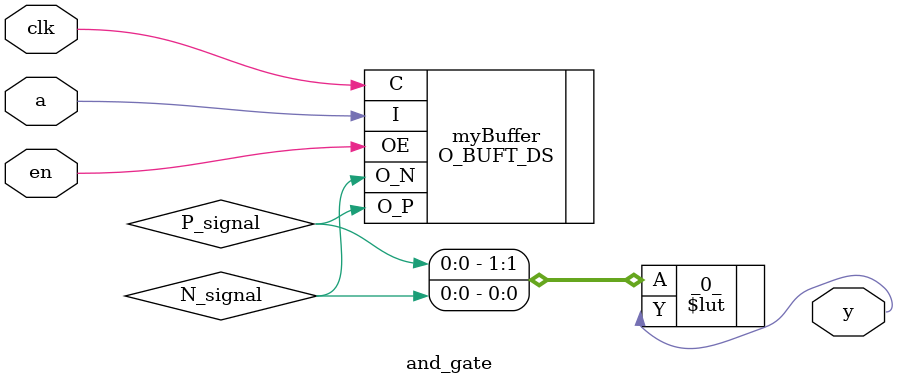
<source format=v>
/* Generated by Yosys 0.18+10 (git sha1 daf9624a5, gcc 11.2.0 -fPIC -Os) */

module and_gate(a, clk, en, y);
  input a;
  input clk;
  input en;
  output y;
  (* src = "/nfs_scratch/zafar/FPGA_PRIMITIVE_TEST_CASE/o_buft_ds/and_gate.sv:19" *)
  wire N_signal;
  (* src = "/nfs_scratch/zafar/FPGA_PRIMITIVE_TEST_CASE/o_buft_ds/and_gate.sv:20" *)
  wire P_signal;
  (* src = "/nfs_scratch/zafar/FPGA_PRIMITIVE_TEST_CASE/o_buft_ds/and_gate.sv:3" *)
  (* src = "/nfs_scratch/zafar/FPGA_PRIMITIVE_TEST_CASE/o_buft_ds/and_gate.sv:3" *)
  wire a;
  (* src = "/nfs_scratch/zafar/FPGA_PRIMITIVE_TEST_CASE/o_buft_ds/and_gate.sv:4" *)
  (* src = "/nfs_scratch/zafar/FPGA_PRIMITIVE_TEST_CASE/o_buft_ds/and_gate.sv:4" *)
  wire clk;
  (* src = "/nfs_scratch/zafar/FPGA_PRIMITIVE_TEST_CASE/o_buft_ds/and_gate.sv:5" *)
  (* src = "/nfs_scratch/zafar/FPGA_PRIMITIVE_TEST_CASE/o_buft_ds/and_gate.sv:5" *)
  wire en;
  (* src = "/nfs_scratch/zafar/FPGA_PRIMITIVE_TEST_CASE/o_buft_ds/and_gate.sv:7" *)
  (* src = "/nfs_scratch/zafar/FPGA_PRIMITIVE_TEST_CASE/o_buft_ds/and_gate.sv:7" *)
  wire y;
  \$lut  #(
    .LUT(4'h8),
    .WIDTH(32'h00000002)
  ) _0_ (
    .A({ P_signal, N_signal }),
    .Y(y)
  );
  O_BUFT_DS #(
    .DELAY(1'h0),
    .SLEW_RATE("SLOW")
  ) myBuffer (
    .C(clk),
    .I(a),
    .OE(en),
    .O_N(N_signal),
    .O_P(P_signal)
  );
endmodule

</source>
